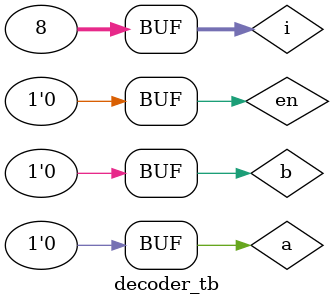
<source format=v>
module decoder_d(en, a, b, y);
    input a, b, en;
    output [3:0] y;
    assign y[0] = {(en) & (~a) & (~b)};
    assign y[1] = {(en) & (~a) & (b)};
    assign y[2] = {(en) & (a) & (~b)};
    assign y[3] = {(en) & (a) & (b)};
endmodule

module decoder_tb;
    reg en, a, b;
    wire [3:0] y;
    integer i;
    decoder_d tb(en, a, b, y);
    initial begin
        for (i=3'b0;i<8;i=i+1)
            begin
                {en, a, b} = i; #10;
            end
        {en, a, b} = 3'b0;
    end
endmodule
</source>
